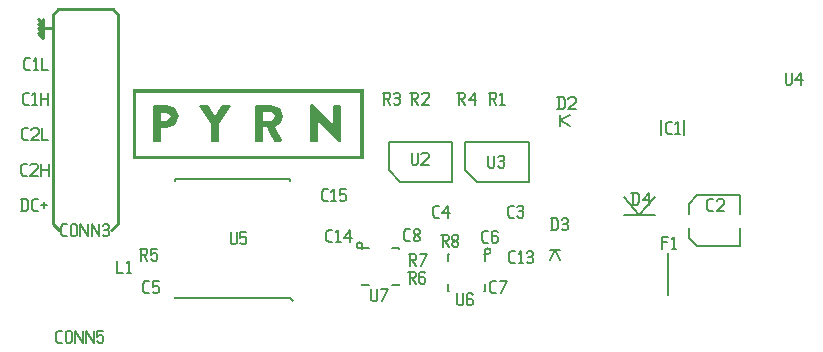
<source format=gbr>
G04 start of page 8 for group -4079 idx -4079 *
G04 Title: (unknown), topsilk *
G04 Creator: pcb 20140316 *
G04 CreationDate: mer. 15 juil. 2015 12:59:16 GMT UTC *
G04 For: clement *
G04 Format: Gerber/RS-274X *
G04 PCB-Dimensions (mil): 3023.62 1342.52 *
G04 PCB-Coordinate-Origin: lower left *
%MOIN*%
%FSLAX25Y25*%
%LNTOPSILK*%
%ADD97C,0.0080*%
%ADD96C,0.0059*%
%ADD95C,0.0061*%
%ADD94C,0.0060*%
%ADD93C,0.0100*%
%ADD92C,0.0001*%
G54D92*G36*
X52450Y95329D02*X52749D01*
X55505Y94195D01*
X56655Y91472D01*
X55505Y88699D01*
X52765Y87544D01*
X52450D01*
Y90094D01*
X52591D01*
X53557Y90490D01*
X53969Y91472D01*
X53557Y92394D01*
X52591Y92763D01*
X52450D01*
Y95329D01*
G37*
G36*
X48213Y94998D02*X48544Y95329D01*
X52450D01*
Y92763D01*
X50931D01*
Y90094D01*
X52450D01*
Y87544D01*
X50931D01*
Y83442D01*
X50600Y83111D01*
X48544D01*
X48213Y83442D01*
Y94998D01*
G37*
G36*
X67370Y88992D02*X63513Y94825D01*
X63795Y95329D01*
X66063D01*
X66339Y95172D01*
X68770Y91596D01*
X71195Y95172D01*
X71472Y95329D01*
X73739D01*
X74021Y94825D01*
X70110Y89009D01*
Y83442D01*
X69779Y83111D01*
X67701D01*
X67370Y83442D01*
Y88992D01*
G37*
G36*
X100351Y95188D02*X100682Y95503D01*
X101121D01*
X108082Y88802D01*
X108104D01*
Y94998D01*
X108435Y95329D01*
X110529D01*
X110860Y94998D01*
Y83252D01*
X110529Y82938D01*
X110247D01*
X110019Y83024D01*
X103129Y89953D01*
X103112D01*
Y83442D01*
X102776Y83111D01*
X100703D01*
X100372Y83442D01*
X100351Y95188D01*
G37*
G36*
X118320Y77246D02*X79838D01*
Y78429D01*
X117137D01*
Y99382D01*
X79838D01*
Y100565D01*
X118320D01*
Y77246D01*
G37*
G36*
X79838D02*X41356D01*
Y100565D01*
X79838D01*
Y99382D01*
X42538D01*
Y78429D01*
X79838D01*
Y77246D01*
G37*
G36*
X86741Y95329D02*X87596D01*
X90281Y94228D01*
X91399Y91559D01*
X90677Y89432D01*
X88816Y88054D01*
X91209Y83616D01*
X90911Y83111D01*
X88594D01*
X88312Y83269D01*
X86741Y86399D01*
Y90110D01*
X87368D01*
X88301Y90533D01*
X88697Y91504D01*
X88301Y92448D01*
X87368Y92834D01*
X86741D01*
Y95329D01*
G37*
G36*
X82046Y94998D02*X82377Y95329D01*
X86741D01*
Y92834D01*
X84785D01*
Y90110D01*
X86741D01*
Y86399D01*
X85990Y87896D01*
X84785D01*
Y83442D01*
X84454Y83111D01*
X82377D01*
X82046Y83442D01*
Y94998D01*
G37*
G54D93*X14764Y125394D02*Y55512D01*
X16732Y53543D01*
X14567Y120866D02*X11417D01*
Y124016D02*Y117717D01*
Y122441D02*X9843Y124016D01*
X11417Y120866D02*X9843Y122441D01*
X11417Y119291D02*X9843Y120866D01*
X11417Y117717D02*X9843Y119291D01*
X36417Y125394D02*Y55709D01*
X34252Y53543D01*
X36417Y125394D02*X34646Y127165D01*
X16535D01*
X14764Y125394D01*
G54D94*X5818Y106811D02*X7118D01*
X5118Y107511D02*X5818Y106811D01*
X5118Y110111D02*Y107511D01*
Y110111D02*X5818Y110811D01*
X7118D01*
X8318Y110011D02*X9118Y110811D01*
Y106811D01*
X8318D02*X9818D01*
X11018Y110811D02*Y106811D01*
X13018D01*
X5424Y95394D02*X6724D01*
X4724Y96094D02*X5424Y95394D01*
X4724Y98694D02*Y96094D01*
Y98694D02*X5424Y99394D01*
X6724D01*
X7924Y98594D02*X8724Y99394D01*
Y95394D01*
X7924D02*X9424D01*
X10624Y99394D02*Y95394D01*
X13124Y99394D02*Y95394D01*
X10624Y97394D02*X13124D01*
X5031Y83583D02*X6331D01*
X4331Y84283D02*X5031Y83583D01*
X4331Y86883D02*Y84283D01*
Y86883D02*X5031Y87583D01*
X6331D01*
X7531Y87083D02*X8031Y87583D01*
X9531D01*
X10031Y87083D01*
Y86083D01*
X7531Y83583D02*X10031Y86083D01*
X7531Y83583D02*X10031D01*
X11231Y87583D02*Y83583D01*
X13231D01*
X4637Y71772D02*X5937D01*
X3937Y72472D02*X4637Y71772D01*
X3937Y75072D02*Y72472D01*
Y75072D02*X4637Y75772D01*
X5937D01*
X7137Y75272D02*X7637Y75772D01*
X9137D01*
X9637Y75272D01*
Y74272D01*
X7137Y71772D02*X9637Y74272D01*
X7137Y71772D02*X9637D01*
X10837Y75772D02*Y71772D01*
X13337Y75772D02*Y71772D01*
X10837Y73772D02*X13337D01*
X4437Y63961D02*Y59961D01*
X5737Y63961D02*X6437Y63261D01*
Y60661D01*
X5737Y59961D02*X6437Y60661D01*
X3937Y59961D02*X5737D01*
X3937Y63961D02*X5737D01*
X8337Y59961D02*X9637D01*
X7637Y60661D02*X8337Y59961D01*
X7637Y63261D02*Y60661D01*
Y63261D02*X8337Y63961D01*
X9637D01*
X10837Y61961D02*X12837D01*
X11837Y62961D02*Y60961D01*
G54D95*X117913Y47539D02*Y47283D01*
Y47539D02*X120138D01*
X117913Y35591D02*Y35335D01*
X120138D01*
X127894Y47539D02*X130118D01*
Y47283D01*
X127894Y35335D02*X130118D01*
Y35591D02*Y35335D01*
X115945Y48524D02*G75*G03X115945Y48524I984J0D01*G01*
X93780Y30866D02*X94764Y29882D01*
X93780Y31417D02*Y30866D01*
X74528D02*X93780D01*
Y70630D02*Y70079D01*
X74528Y70630D02*X93780D01*
X55591Y30866D02*X74843D01*
X55591Y31417D02*Y30866D01*
Y70630D02*X74843D01*
X55591D02*Y70079D01*
G54D96*X219882Y45984D02*Y31969D01*
X243701Y65157D02*Y59055D01*
X229528Y65157D02*X243701D01*
X229528D02*X226772Y62402D01*
Y59055D01*
X243701Y54331D02*Y48228D01*
X229528D02*X243701D01*
X229528D02*X226772Y50984D01*
Y54331D02*Y50984D01*
X180315Y46850D02*X183858D01*
X182087D02*X180315Y43504D01*
X182087Y46850D02*X183858Y43504D01*
G54D97*X217520Y90158D02*Y85434D01*
X225000Y90158D02*Y85434D01*
G54D96*X183858Y91969D02*Y88425D01*
Y90197D02*X187205Y88425D01*
X183858Y90197D02*X187205Y91969D01*
X204961Y58661D02*X215512D01*
X210236D02*X215512Y64724D01*
X210236Y58661D02*X204961Y64724D01*
G54D95*X126634Y73622D02*X130571Y69685D01*
X147894D01*
X126634Y83071D02*X147894D01*
Y69685D01*
X126634Y83071D02*Y73622D01*
X152224D02*X156161Y69685D01*
X173484D01*
X152224Y83071D02*X173484D01*
Y69685D01*
X152224Y83071D02*Y73622D01*
X158406Y45571D02*X158661D01*
Y43346D01*
X146457Y45571D02*X146713D01*
X146457D02*Y43346D01*
X158661Y35591D02*Y33366D01*
X158406D02*X158661D01*
X146457Y35591D02*Y33366D01*
X146713D01*
X159646Y47539D02*G75*G03X159646Y47539I0J-984D01*G01*
G54D94*X120886Y33862D02*Y30362D01*
X121386Y29862D01*
X122386D01*
X122886Y30362D01*
Y33862D02*Y30362D01*
X124586Y29862D02*X126586Y33862D01*
X124086D02*X126586D01*
X106607Y49624D02*X107907D01*
X105907Y50324D02*X106607Y49624D01*
X105907Y52924D02*Y50324D01*
Y52924D02*X106607Y53624D01*
X107907D01*
X109107Y52824D02*X109907Y53624D01*
Y49624D01*
X109107D02*X110607D01*
X111807Y51124D02*X113807Y53624D01*
X111807Y51124D02*X114307D01*
X113807Y53624D02*Y49624D01*
X16448Y16063D02*X17748D01*
X15748Y16763D02*X16448Y16063D01*
X15748Y19363D02*Y16763D01*
Y19363D02*X16448Y20063D01*
X17748D01*
X18948Y19563D02*Y16563D01*
Y19563D02*X19448Y20063D01*
X20448D01*
X20948Y19563D01*
Y16563D01*
X20448Y16063D02*X20948Y16563D01*
X19448Y16063D02*X20448D01*
X18948Y16563D02*X19448Y16063D01*
X22148Y20063D02*Y16063D01*
Y20063D02*X24648Y16063D01*
Y20063D02*Y16063D01*
X25848Y20063D02*Y16063D01*
Y20063D02*X28348Y16063D01*
Y20063D02*Y16063D01*
X29548Y20063D02*X31548D01*
X29548D02*Y18063D01*
X30048Y18563D01*
X31048D01*
X31548Y18063D01*
Y16563D01*
X31048Y16063D02*X31548Y16563D01*
X30048Y16063D02*X31048D01*
X29548Y16563D02*X30048Y16063D01*
X18220Y51496D02*X19520D01*
X17520Y52196D02*X18220Y51496D01*
X17520Y54796D02*Y52196D01*
Y54796D02*X18220Y55496D01*
X19520D01*
X20720Y54996D02*Y51996D01*
Y54996D02*X21220Y55496D01*
X22220D01*
X22720Y54996D01*
Y51996D01*
X22220Y51496D02*X22720Y51996D01*
X21220Y51496D02*X22220D01*
X20720Y51996D02*X21220Y51496D01*
X23920Y55496D02*Y51496D01*
Y55496D02*X26420Y51496D01*
Y55496D02*Y51496D01*
X27620Y55496D02*Y51496D01*
Y55496D02*X30120Y51496D01*
Y55496D02*Y51496D01*
X31320Y54996D02*X31820Y55496D01*
X32820D01*
X33320Y54996D01*
X32820Y51496D02*X33320Y51996D01*
X31820Y51496D02*X32820D01*
X31320Y51996D02*X31820Y51496D01*
Y53696D02*X32820D01*
X33320Y54996D02*Y54196D01*
Y53196D02*Y51996D01*
Y53196D02*X32820Y53696D01*
X33320Y54196D02*X32820Y53696D01*
X43739Y47307D02*X45739D01*
X46239Y46807D01*
Y45807D01*
X45739Y45307D02*X46239Y45807D01*
X44239Y45307D02*X45739D01*
X44239Y47307D02*Y43307D01*
X45039Y45307D02*X46239Y43307D01*
X47439Y47307D02*X49439D01*
X47439D02*Y45307D01*
X47939Y45807D01*
X48939D01*
X49439Y45307D01*
Y43807D01*
X48939Y43307D02*X49439Y43807D01*
X47939Y43307D02*X48939D01*
X47439Y43807D02*X47939Y43307D01*
X45461Y32481D02*X46761D01*
X44761Y33181D02*X45461Y32481D01*
X44761Y35781D02*Y33181D01*
Y35781D02*X45461Y36481D01*
X46761D01*
X47961D02*X49961D01*
X47961D02*Y34481D01*
X48461Y34981D01*
X49461D01*
X49961Y34481D01*
Y32981D01*
X49461Y32481D02*X49961Y32981D01*
X48461Y32481D02*X49461D01*
X47961Y32981D02*X48461Y32481D01*
X36140Y43370D02*Y39370D01*
X38140D01*
X39340Y42570D02*X40140Y43370D01*
Y39370D01*
X39340D02*X40840D01*
X73937Y52858D02*Y49358D01*
X74437Y48858D01*
X75437D01*
X75937Y49358D01*
Y52858D02*Y49358D01*
X77137Y52858D02*X79137D01*
X77137D02*Y50858D01*
X77637Y51358D01*
X78637D01*
X79137Y50858D01*
Y49358D01*
X78637Y48858D02*X79137Y49358D01*
X77637Y48858D02*X78637D01*
X77137Y49358D02*X77637Y48858D01*
X105071Y63151D02*X106371D01*
X104371Y63851D02*X105071Y63151D01*
X104371Y66451D02*Y63851D01*
Y66451D02*X105071Y67151D01*
X106371D01*
X107571Y66351D02*X108371Y67151D01*
Y63151D01*
X107571D02*X109071D01*
X110271Y67151D02*X112271D01*
X110271D02*Y65151D01*
X110771Y65651D01*
X111771D01*
X112271Y65151D01*
Y63651D01*
X111771Y63151D02*X112271Y63651D01*
X110771Y63151D02*X111771D01*
X110271Y63651D02*X110771Y63151D01*
X181110Y57465D02*Y53465D01*
X182410Y57465D02*X183110Y56765D01*
Y54165D01*
X182410Y53465D02*X183110Y54165D01*
X180610Y53465D02*X182410D01*
X180610Y57465D02*X182410D01*
X184310Y56965D02*X184810Y57465D01*
X185810D01*
X186310Y56965D01*
X185810Y53465D02*X186310Y53965D01*
X184810Y53465D02*X185810D01*
X184310Y53965D02*X184810Y53465D01*
Y55665D02*X185810D01*
X186310Y56965D02*Y56165D01*
Y55165D02*Y53965D01*
Y55165D02*X185810Y55665D01*
X186310Y56165D02*X185810Y55665D01*
X219637Y85709D02*X220937D01*
X218937Y86409D02*X219637Y85709D01*
X218937Y89009D02*Y86409D01*
Y89009D02*X219637Y89709D01*
X220937D01*
X222137Y88909D02*X222937Y89709D01*
Y85709D01*
X222137D02*X223637D01*
X183315Y97819D02*Y93819D01*
X184615Y97819D02*X185315Y97119D01*
Y94519D01*
X184615Y93819D02*X185315Y94519D01*
X182815Y93819D02*X184615D01*
X182815Y97819D02*X184615D01*
X186515Y97319D02*X187015Y97819D01*
X188515D01*
X189015Y97319D01*
Y96319D01*
X186515Y93819D02*X189015Y96319D01*
X186515Y93819D02*X189015D01*
X208098Y66126D02*Y62126D01*
X209398Y66126D02*X210098Y65426D01*
Y62826D01*
X209398Y62126D02*X210098Y62826D01*
X207598Y62126D02*X209398D01*
X207598Y66126D02*X209398D01*
X211298Y63626D02*X213298Y66126D01*
X211298Y63626D02*X213798D01*
X213298Y66126D02*Y62126D01*
X217874Y51323D02*Y47323D01*
Y51323D02*X219874D01*
X217874Y49523D02*X219374D01*
X221074Y50523D02*X221874Y51323D01*
Y47323D01*
X221074D02*X222574D01*
X259055Y106087D02*Y102587D01*
X259555Y102087D01*
X260555D01*
X261055Y102587D01*
Y106087D02*Y102587D01*
X262255Y103587D02*X264255Y106087D01*
X262255Y103587D02*X264755D01*
X264255Y106087D02*Y102087D01*
X233574Y59961D02*X234874D01*
X232874Y60661D02*X233574Y59961D01*
X232874Y63261D02*Y60661D01*
Y63261D02*X233574Y63961D01*
X234874D01*
X236074Y63461D02*X236574Y63961D01*
X238074D01*
X238574Y63461D01*
Y62461D01*
X236074Y59961D02*X238574Y62461D01*
X236074Y59961D02*X238574D01*
X133916Y99394D02*X135916D01*
X136416Y98894D01*
Y97894D01*
X135916Y97394D02*X136416Y97894D01*
X134416Y97394D02*X135916D01*
X134416Y99394D02*Y95394D01*
X135216Y97394D02*X136416Y95394D01*
X137616Y98894D02*X138116Y99394D01*
X139616D01*
X140116Y98894D01*
Y97894D01*
X137616Y95394D02*X140116Y97894D01*
X137616Y95394D02*X140116D01*
X134311Y79315D02*Y75815D01*
X134811Y75315D01*
X135811D01*
X136311Y75815D01*
Y79315D02*Y75815D01*
X137511Y78815D02*X138011Y79315D01*
X139511D01*
X140011Y78815D01*
Y77815D01*
X137511Y75315D02*X140011Y77815D01*
X137511Y75315D02*X140011D01*
X124665Y99394D02*X126665D01*
X127165Y98894D01*
Y97894D01*
X126665Y97394D02*X127165Y97894D01*
X125165Y97394D02*X126665D01*
X125165Y99394D02*Y95394D01*
X125965Y97394D02*X127165Y95394D01*
X128365Y98894D02*X128865Y99394D01*
X129865D01*
X130365Y98894D01*
X129865Y95394D02*X130365Y95894D01*
X128865Y95394D02*X129865D01*
X128365Y95894D02*X128865Y95394D01*
Y97594D02*X129865D01*
X130365Y98894D02*Y98094D01*
Y97094D02*Y95894D01*
Y97094D02*X129865Y97594D01*
X130365Y98094D02*X129865Y97594D01*
X160098Y99394D02*X162098D01*
X162598Y98894D01*
Y97894D01*
X162098Y97394D02*X162598Y97894D01*
X160598Y97394D02*X162098D01*
X160598Y99394D02*Y95394D01*
X161398Y97394D02*X162598Y95394D01*
X163798Y98594D02*X164598Y99394D01*
Y95394D01*
X163798D02*X165298D01*
X149587Y99395D02*X151587D01*
X152087Y98895D01*
Y97895D01*
X151587Y97395D02*X152087Y97895D01*
X150087Y97395D02*X151587D01*
X150087Y99395D02*Y95395D01*
X150887Y97395D02*X152087Y95395D01*
X153287Y96895D02*X155287Y99395D01*
X153287Y96895D02*X155787D01*
X155287Y99395D02*Y95395D01*
X159902Y78331D02*Y74831D01*
X160402Y74331D01*
X161402D01*
X161902Y74831D01*
Y78331D02*Y74831D01*
X163102Y77831D02*X163602Y78331D01*
X164602D01*
X165102Y77831D01*
X164602Y74331D02*X165102Y74831D01*
X163602Y74331D02*X164602D01*
X163102Y74831D02*X163602Y74331D01*
Y76531D02*X164602D01*
X165102Y77831D02*Y77031D01*
Y76031D02*Y74831D01*
Y76031D02*X164602Y76531D01*
X165102Y77031D02*X164602Y76531D01*
X167099Y57796D02*X168399D01*
X166399Y58496D02*X167099Y57796D01*
X166399Y61096D02*Y58496D01*
Y61096D02*X167099Y61796D01*
X168399D01*
X169599Y61296D02*X170099Y61796D01*
X171099D01*
X171599Y61296D01*
X171099Y57796D02*X171599Y58296D01*
X170099Y57796D02*X171099D01*
X169599Y58296D02*X170099Y57796D01*
Y59996D02*X171099D01*
X171599Y61296D02*Y60496D01*
Y59496D02*Y58296D01*
Y59496D02*X171099Y59996D01*
X171599Y60496D02*X171099Y59996D01*
X167435Y42540D02*X168735D01*
X166735Y43240D02*X167435Y42540D01*
X166735Y45840D02*Y43240D01*
Y45840D02*X167435Y46540D01*
X168735D01*
X169935Y45740D02*X170735Y46540D01*
Y42540D01*
X169935D02*X171435D01*
X172635Y46040D02*X173135Y46540D01*
X174135D01*
X174635Y46040D01*
X174135Y42540D02*X174635Y43040D01*
X173135Y42540D02*X174135D01*
X172635Y43040D02*X173135Y42540D01*
Y44740D02*X174135D01*
X174635Y46040D02*Y45240D01*
Y44240D02*Y43040D01*
Y44240D02*X174135Y44740D01*
X174635Y45240D02*X174135Y44740D01*
X161251Y32697D02*X162551D01*
X160551Y33397D02*X161251Y32697D01*
X160551Y35997D02*Y33397D01*
Y35997D02*X161251Y36697D01*
X162551D01*
X164251Y32697D02*X166251Y36697D01*
X163751D02*X166251D01*
X158572Y49430D02*X159872D01*
X157872Y50130D02*X158572Y49430D01*
X157872Y52730D02*Y50130D01*
Y52730D02*X158572Y53430D01*
X159872D01*
X162572D02*X163072Y52930D01*
X161572Y53430D02*X162572D01*
X161072Y52930D02*X161572Y53430D01*
X161072Y52930D02*Y49930D01*
X161572Y49430D01*
X162572Y51630D02*X163072Y51130D01*
X161072Y51630D02*X162572D01*
X161572Y49430D02*X162572D01*
X163072Y49930D01*
Y51130D02*Y49930D01*
X149449Y32583D02*Y29083D01*
X149949Y28583D01*
X150949D01*
X151449Y29083D01*
Y32583D02*Y29083D01*
X154149Y32583D02*X154649Y32083D01*
X153149Y32583D02*X154149D01*
X152649Y32083D02*X153149Y32583D01*
X152649Y32083D02*Y29083D01*
X153149Y28583D01*
X154149Y30783D02*X154649Y30283D01*
X152649Y30783D02*X154149D01*
X153149Y28583D02*X154149D01*
X154649Y29083D01*
Y30283D02*Y29083D01*
X133266Y45556D02*X135266D01*
X135766Y45056D01*
Y44056D01*
X135266Y43556D02*X135766Y44056D01*
X133766Y43556D02*X135266D01*
X133766Y45556D02*Y41556D01*
X134566Y43556D02*X135766Y41556D01*
X137466D02*X139466Y45556D01*
X136966D02*X139466D01*
X133147Y39750D02*X135147D01*
X135647Y39250D01*
Y38250D01*
X135147Y37750D02*X135647Y38250D01*
X133647Y37750D02*X135147D01*
X133647Y39750D02*Y35750D01*
X134447Y37750D02*X135647Y35750D01*
X138347Y39750D02*X138847Y39250D01*
X137347Y39750D02*X138347D01*
X136847Y39250D02*X137347Y39750D01*
X136847Y39250D02*Y36250D01*
X137347Y35750D01*
X138347Y37950D02*X138847Y37450D01*
X136847Y37950D02*X138347D01*
X137347Y35750D02*X138347D01*
X138847Y36250D01*
Y37450D02*Y36250D01*
X144213Y52051D02*X146213D01*
X146713Y51551D01*
Y50551D01*
X146213Y50051D02*X146713Y50551D01*
X144713Y50051D02*X146213D01*
X144713Y52051D02*Y48051D01*
X145513Y50051D02*X146713Y48051D01*
X147913Y48551D02*X148413Y48051D01*
X147913Y49351D02*Y48551D01*
Y49351D02*X148613Y50051D01*
X149213D01*
X149913Y49351D01*
Y48551D01*
X149413Y48051D02*X149913Y48551D01*
X148413Y48051D02*X149413D01*
X147913Y50751D02*X148613Y50051D01*
X147913Y51551D02*Y50751D01*
Y51551D02*X148413Y52051D01*
X149413D01*
X149913Y51551D01*
Y50751D01*
X149213Y50051D02*X149913Y50751D01*
X132433Y49824D02*X133733D01*
X131733Y50524D02*X132433Y49824D01*
X131733Y53124D02*Y50524D01*
Y53124D02*X132433Y53824D01*
X133733D01*
X134933Y50324D02*X135433Y49824D01*
X134933Y51124D02*Y50324D01*
Y51124D02*X135633Y51824D01*
X136233D01*
X136933Y51124D01*
Y50324D01*
X136433Y49824D02*X136933Y50324D01*
X135433Y49824D02*X136433D01*
X134933Y52524D02*X135633Y51824D01*
X134933Y53324D02*Y52524D01*
Y53324D02*X135433Y53824D01*
X136433D01*
X136933Y53324D01*
Y52524D01*
X136233Y51824D02*X136933Y52524D01*
X142019Y57796D02*X143319D01*
X141319Y58496D02*X142019Y57796D01*
X141319Y61096D02*Y58496D01*
Y61096D02*X142019Y61796D01*
X143319D01*
X144519Y59296D02*X146519Y61796D01*
X144519Y59296D02*X147019D01*
X146519Y61796D02*Y57796D01*
M02*

</source>
